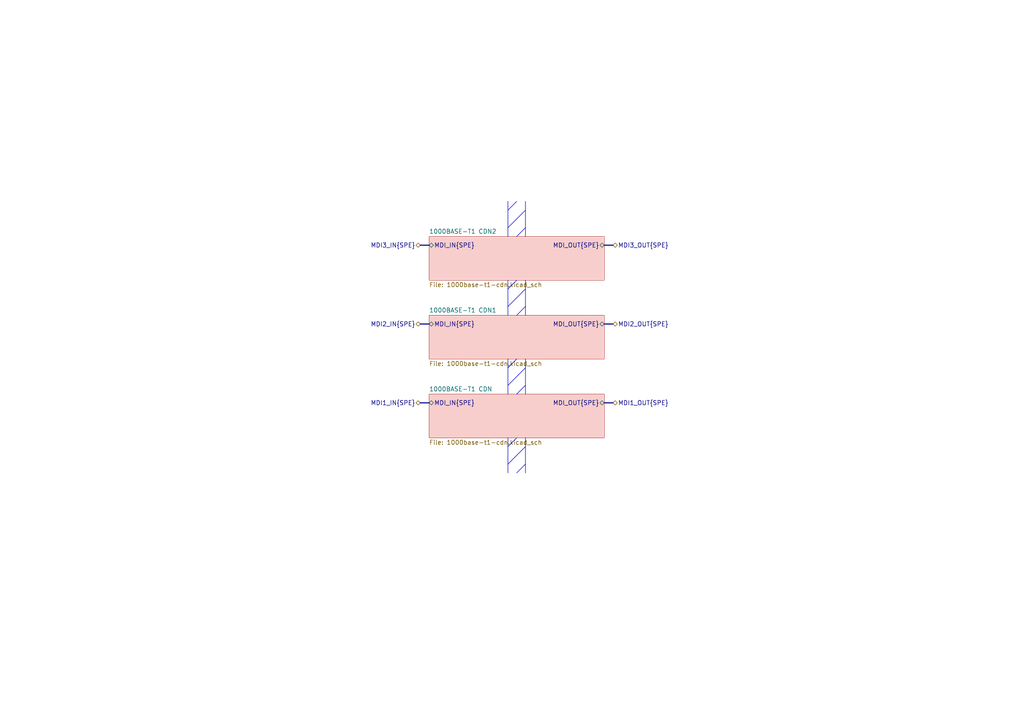
<source format=kicad_sch>
(kicad_sch
	(version 20250114)
	(generator "eeschema")
	(generator_version "9.0")
	(uuid "158b2c5c-a48d-45f6-8187-9ddd6d6947d6")
	(paper "A4")
	(lib_symbols)
	(polyline
		(pts
			(xy 152.4 104.14) (xy 152.4 114.3)
		)
		(stroke
			(width 0)
			(type default)
		)
		(uuid "046ff5fd-e649-4349-ab9f-3251fc5f9169")
	)
	(polyline
		(pts
			(xy 149.86 114.3) (xy 152.4 111.76)
		)
		(stroke
			(width 0)
			(type default)
		)
		(uuid "12f0d0d3-4c00-47a6-b330-eddd72e4de6d")
	)
	(polyline
		(pts
			(xy 147.32 104.14) (xy 147.32 114.3)
		)
		(stroke
			(width 0)
			(type default)
		)
		(uuid "1479ee8f-86a3-41bf-8656-7682bcf1537e")
	)
	(polyline
		(pts
			(xy 147.32 83.82) (xy 149.86 81.28)
		)
		(stroke
			(width 0)
			(type default)
		)
		(uuid "1a726278-afe8-4205-8819-9be668cb3956")
	)
	(polyline
		(pts
			(xy 147.32 60.96) (xy 149.86 58.42)
		)
		(stroke
			(width 0)
			(type default)
		)
		(uuid "1d011062-9d36-4525-bb25-22239a78da74")
	)
	(bus
		(pts
			(xy 175.26 93.98) (xy 177.8 93.98)
		)
		(stroke
			(width 0)
			(type default)
		)
		(uuid "1dd47d52-0f87-4a91-8a62-ee34bfd70689")
	)
	(polyline
		(pts
			(xy 147.32 129.54) (xy 149.86 127)
		)
		(stroke
			(width 0)
			(type default)
		)
		(uuid "44962e24-4260-4262-9eb1-22bd03e80297")
	)
	(polyline
		(pts
			(xy 147.32 81.28) (xy 147.32 91.44)
		)
		(stroke
			(width 0)
			(type default)
		)
		(uuid "4b96dfef-7159-4f3c-b5fc-d5f3b48e6314")
	)
	(bus
		(pts
			(xy 175.26 71.12) (xy 177.8 71.12)
		)
		(stroke
			(width 0)
			(type default)
		)
		(uuid "4c629b61-ca83-46a4-9e5f-227878d9c30e")
	)
	(bus
		(pts
			(xy 121.92 71.12) (xy 124.46 71.12)
		)
		(stroke
			(width 0)
			(type default)
		)
		(uuid "5acfeec9-6790-4f29-9d46-c89d773bd343")
	)
	(polyline
		(pts
			(xy 152.4 58.42) (xy 152.4 68.58)
		)
		(stroke
			(width 0)
			(type default)
		)
		(uuid "5bf4ecca-a0cb-48f0-a8d3-598f7213fc67")
	)
	(polyline
		(pts
			(xy 147.32 127) (xy 147.32 137.16)
		)
		(stroke
			(width 0)
			(type default)
		)
		(uuid "629c6735-f672-4bff-a56d-48ffe94fe314")
	)
	(polyline
		(pts
			(xy 149.86 137.16) (xy 152.4 134.62)
		)
		(stroke
			(width 0)
			(type default)
		)
		(uuid "67d90664-3f28-48c4-85e3-a0902b1428c4")
	)
	(polyline
		(pts
			(xy 147.32 88.9) (xy 152.4 83.82)
		)
		(stroke
			(width 0)
			(type default)
		)
		(uuid "7da87ce4-6021-42f9-a200-ebb7da37ff3b")
	)
	(polyline
		(pts
			(xy 152.4 127) (xy 152.4 137.16)
		)
		(stroke
			(width 0)
			(type default)
		)
		(uuid "7ed76369-5656-434b-8e4f-a5f95f6ddc41")
	)
	(bus
		(pts
			(xy 121.92 93.98) (xy 124.46 93.98)
		)
		(stroke
			(width 0)
			(type default)
		)
		(uuid "8b3c2673-f6a2-43d3-aee9-6fa8a1c11d73")
	)
	(polyline
		(pts
			(xy 147.32 106.68) (xy 149.86 104.14)
		)
		(stroke
			(width 0)
			(type default)
		)
		(uuid "9b4a9412-6ed5-4432-b1ab-5f484516343b")
	)
	(polyline
		(pts
			(xy 149.86 68.58) (xy 152.4 66.04)
		)
		(stroke
			(width 0)
			(type default)
		)
		(uuid "a2050c51-6614-47e7-8ef0-6dd553027f53")
	)
	(bus
		(pts
			(xy 121.92 116.84) (xy 124.46 116.84)
		)
		(stroke
			(width 0)
			(type default)
		)
		(uuid "a6f3f504-557b-473b-8f41-54335ee86a7d")
	)
	(polyline
		(pts
			(xy 147.32 134.62) (xy 152.4 129.54)
		)
		(stroke
			(width 0)
			(type default)
		)
		(uuid "a9f8474f-b019-4415-9218-e67c0f2df535")
	)
	(polyline
		(pts
			(xy 147.32 111.76) (xy 152.4 106.68)
		)
		(stroke
			(width 0)
			(type default)
		)
		(uuid "ab761d1c-50fa-419a-bca5-eae52166a4bb")
	)
	(polyline
		(pts
			(xy 149.86 91.44) (xy 152.4 88.9)
		)
		(stroke
			(width 0)
			(type default)
		)
		(uuid "cafc9d3b-a0df-4a4d-8de0-28c728c16d2c")
	)
	(polyline
		(pts
			(xy 147.32 66.04) (xy 152.4 60.96)
		)
		(stroke
			(width 0)
			(type default)
		)
		(uuid "ce84f61c-3063-4944-8527-06382ff4921d")
	)
	(polyline
		(pts
			(xy 147.32 58.42) (xy 147.32 68.58)
		)
		(stroke
			(width 0)
			(type default)
		)
		(uuid "d3b53842-e25a-4973-b1e2-631827f8a99a")
	)
	(bus
		(pts
			(xy 175.26 116.84) (xy 177.8 116.84)
		)
		(stroke
			(width 0)
			(type default)
		)
		(uuid "e1f288c3-855a-4d33-b7da-98017c8323b4")
	)
	(polyline
		(pts
			(xy 152.4 81.28) (xy 152.4 91.44)
		)
		(stroke
			(width 0)
			(type default)
		)
		(uuid "fecda456-c8d9-40c1-bd22-01627c07d14c")
	)
	(hierarchical_label "MDI2_IN{SPE}"
		(shape bidirectional)
		(at 121.92 93.98 180)
		(effects
			(font
				(size 1.27 1.27)
			)
			(justify right)
		)
		(uuid "0e9f879d-badb-4d15-9de3-8b83a72289b4")
	)
	(hierarchical_label "MDI3_IN{SPE}"
		(shape bidirectional)
		(at 121.92 71.12 180)
		(effects
			(font
				(size 1.27 1.27)
			)
			(justify right)
		)
		(uuid "7b6faedf-45d6-4a1c-97fa-f62ef742cd7d")
	)
	(hierarchical_label "MDI2_OUT{SPE}"
		(shape bidirectional)
		(at 177.8 93.98 0)
		(effects
			(font
				(size 1.27 1.27)
			)
			(justify left)
		)
		(uuid "a1a6214c-04e5-4fc8-9686-103a36509451")
	)
	(hierarchical_label "MDI1_IN{SPE}"
		(shape bidirectional)
		(at 121.92 116.84 180)
		(effects
			(font
				(size 1.27 1.27)
			)
			(justify right)
		)
		(uuid "ac2b3969-556d-4e38-83bc-107288e5f48b")
	)
	(hierarchical_label "MDI3_OUT{SPE}"
		(shape bidirectional)
		(at 177.8 71.12 0)
		(effects
			(font
				(size 1.27 1.27)
			)
			(justify left)
		)
		(uuid "b98302a5-95c2-4f63-bb12-05e23a903778")
	)
	(hierarchical_label "MDI1_OUT{SPE}"
		(shape bidirectional)
		(at 177.8 116.84 0)
		(effects
			(font
				(size 1.27 1.27)
			)
			(justify left)
		)
		(uuid "ff9f50a7-709d-4839-a574-2f7382e31b8d")
	)
	(sheet
		(at 124.46 114.3)
		(size 50.8 12.7)
		(exclude_from_sim no)
		(in_bom yes)
		(on_board yes)
		(dnp no)
		(fields_autoplaced yes)
		(stroke
			(width 0.1524)
			(type solid)
			(color 184 84 80 1)
		)
		(fill
			(color 248 206 204 1.0000)
		)
		(uuid "26a40f4e-1d98-4b19-a184-b6dadc090f75")
		(property "Sheetname" "1000BASE-T1 CDN"
			(at 124.46 113.5884 0)
			(effects
				(font
					(size 1.27 1.27)
				)
				(justify left bottom)
			)
		)
		(property "Sheetfile" "1000base-t1-cdn.kicad_sch"
			(at 124.46 127.5846 0)
			(effects
				(font
					(size 1.27 1.27)
				)
				(justify left top)
			)
		)
		(pin "MDI_IN{SPE}" bidirectional
			(at 124.46 116.84 180)
			(uuid "630841b6-ba99-4130-a232-9c22eadf1a84")
			(effects
				(font
					(size 1.27 1.27)
				)
				(justify left)
			)
		)
		(pin "MDI_OUT{SPE}" bidirectional
			(at 175.26 116.84 0)
			(uuid "f8475ad5-45c6-4485-8593-eaee35152482")
			(effects
				(font
					(size 1.27 1.27)
				)
				(justify right)
			)
		)
		(instances
			(project "switch_main_v5"
				(path "/a5e57332-4284-4d3c-ab3c-13bc0ddb29b6/0f1a9ec2-7564-4816-ac47-902e9fc70962"
					(page "18")
				)
			)
		)
	)
	(sheet
		(at 124.46 68.58)
		(size 50.8 12.7)
		(exclude_from_sim no)
		(in_bom yes)
		(on_board yes)
		(dnp no)
		(fields_autoplaced yes)
		(stroke
			(width 0.1524)
			(type solid)
			(color 184 84 80 1)
		)
		(fill
			(color 248 206 204 1.0000)
		)
		(uuid "62e5169e-51fc-4c92-b8e5-db930432f08f")
		(property "Sheetname" "1000BASE-T1 CDN2"
			(at 124.46 67.8684 0)
			(effects
				(font
					(size 1.27 1.27)
				)
				(justify left bottom)
			)
		)
		(property "Sheetfile" "1000base-t1-cdn.kicad_sch"
			(at 124.46 81.8646 0)
			(effects
				(font
					(size 1.27 1.27)
				)
				(justify left top)
			)
		)
		(pin "MDI_IN{SPE}" bidirectional
			(at 124.46 71.12 180)
			(uuid "ee271ad4-b5c6-47b1-a52b-2fb633bbec32")
			(effects
				(font
					(size 1.27 1.27)
				)
				(justify left)
			)
		)
		(pin "MDI_OUT{SPE}" bidirectional
			(at 175.26 71.12 0)
			(uuid "37a08f4f-e8e8-46b7-a962-8292eab43e04")
			(effects
				(font
					(size 1.27 1.27)
				)
				(justify right)
			)
		)
		(instances
			(project "switch_main_v5"
				(path "/a5e57332-4284-4d3c-ab3c-13bc0ddb29b6/0f1a9ec2-7564-4816-ac47-902e9fc70962"
					(page "34")
				)
			)
		)
	)
	(sheet
		(at 124.46 91.44)
		(size 50.8 12.7)
		(exclude_from_sim no)
		(in_bom yes)
		(on_board yes)
		(dnp no)
		(fields_autoplaced yes)
		(stroke
			(width 0.1524)
			(type solid)
			(color 184 84 80 1)
		)
		(fill
			(color 248 206 204 1.0000)
		)
		(uuid "7a77b3cc-782a-4601-8d29-0e186fb0946a")
		(property "Sheetname" "1000BASE-T1 CDN1"
			(at 124.46 90.7284 0)
			(effects
				(font
					(size 1.27 1.27)
				)
				(justify left bottom)
			)
		)
		(property "Sheetfile" "1000base-t1-cdn.kicad_sch"
			(at 124.46 104.7246 0)
			(effects
				(font
					(size 1.27 1.27)
				)
				(justify left top)
			)
		)
		(pin "MDI_IN{SPE}" bidirectional
			(at 124.46 93.98 180)
			(uuid "1299d4ac-0254-4193-ae7d-3d31c8915372")
			(effects
				(font
					(size 1.27 1.27)
				)
				(justify left)
			)
		)
		(pin "MDI_OUT{SPE}" bidirectional
			(at 175.26 93.98 0)
			(uuid "0017a3ff-bb2c-4ab6-8a35-6f465c2f3f85")
			(effects
				(font
					(size 1.27 1.27)
				)
				(justify right)
			)
		)
		(instances
			(project "switch_main_v5"
				(path "/a5e57332-4284-4d3c-ab3c-13bc0ddb29b6/0f1a9ec2-7564-4816-ac47-902e9fc70962"
					(page "33")
				)
			)
		)
	)
)

</source>
